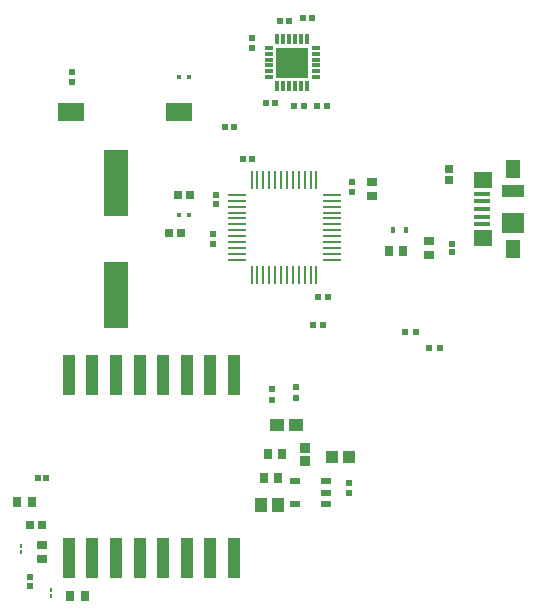
<source format=gtp>
%FSTAX23Y23*%
%MOIN*%
%SFA1B1*%

%IPPOS*%
%AMD51*
4,1,8,0.015700,-0.008900,0.015700,0.008900,0.013800,0.010800,-0.013800,0.010800,-0.015700,0.008900,-0.015700,-0.008900,-0.013800,-0.010800,0.013800,-0.010800,0.015700,-0.008900,0.0*
1,1,0.003898,0.013800,-0.008900*
1,1,0.003898,0.013800,0.008900*
1,1,0.003898,-0.013800,0.008900*
1,1,0.003898,-0.013800,-0.008900*
%
%ADD19R,0.039370X0.137795*%
%ADD20R,0.020472X0.020472*%
%ADD21R,0.031496X0.013780*%
%ADD22R,0.013780X0.033465*%
%ADD23R,0.106299X0.102362*%
%ADD24O,0.061024X0.009843*%
%ADD25O,0.009843X0.061024*%
%ADD26R,0.020472X0.020472*%
%ADD27R,0.022539X0.024224*%
%ADD28R,0.082677X0.220472*%
%ADD29R,0.054331X0.017716*%
%ADD30R,0.061024X0.056102*%
%ADD31R,0.074803X0.039370*%
%ADD32R,0.074803X0.070866*%
%ADD33R,0.051181X0.064960*%
%ADD34R,0.035433X0.029527*%
%ADD35R,0.023622X0.018504*%
%ADD36R,0.029527X0.035433*%
%ADD37R,0.021654X0.021654*%
%ADD38R,0.019685X0.023622*%
%ADD39R,0.023622X0.021654*%
%ADD40R,0.029134X0.031496*%
%ADD41R,0.086614X0.062992*%
%ADD42R,0.085827X0.062992*%
%ADD43R,0.017716X0.017716*%
%ADD44R,0.018433X0.018602*%
%ADD45R,0.014665X0.022539*%
%ADD46R,0.025591X0.027559*%
%ADD47R,0.009843X0.011811*%
%ADD48R,0.018602X0.020287*%
%ADD49R,0.039610X0.051504*%
%ADD50R,0.018504X0.023622*%
G04~CAMADD=51~8~0.0~0.0~216.5~315.0~19.5~0.0~15~0.0~0.0~0.0~0.0~0~0.0~0.0~0.0~0.0~0~0.0~0.0~0.0~270.0~314.0~216.0*
%ADD51D51*%
%ADD52R,0.031496X0.037401*%
%ADD53R,0.031972X0.033783*%
%ADD54R,0.023622X0.019685*%
%ADD55R,0.021654X0.021654*%
%ADD56R,0.047575X0.039846*%
%ADD57R,0.039370X0.043307*%
%LNunrelo_end_node_pcb-1*%
%LPD*%
G54D19*
X00049Y-00157D03*
X-00029D03*
X-00108D03*
X-00187D03*
X-00265D03*
X-00344D03*
X-00423D03*
X-00501D03*
Y-00767D03*
X-00423D03*
X-00344D03*
X-00265D03*
X-00187D03*
X-00108D03*
X-00029D03*
X00049D03*
G54D20*
X0033Y00102D03*
X00362D03*
X00078Y00562D03*
X0011D03*
X00279Y01033D03*
X00311D03*
X00202Y01021D03*
X00234D03*
X00155Y00748D03*
X00187D03*
G54D21*
X00322Y00834D03*
Y00854D03*
Y00874D03*
Y00893D03*
Y00913D03*
Y00933D03*
X00165Y00834D03*
Y00854D03*
Y00874D03*
Y00893D03*
Y00913D03*
Y00933D03*
G54D22*
X00293Y00961D03*
X00273D03*
X00253D03*
X00234D03*
X00214D03*
X00194D03*
X00293Y00806D03*
X00273D03*
X00253D03*
X00234D03*
X00214D03*
X00194D03*
G54D23*
X00244Y00883D03*
G54D24*
X00058Y00442D03*
Y00423D03*
Y00403D03*
Y00383D03*
Y00364D03*
Y00344D03*
Y00324D03*
Y00305D03*
Y00285D03*
Y00265D03*
Y00246D03*
Y00226D03*
X00375D03*
Y00246D03*
Y00265D03*
Y00285D03*
Y00305D03*
Y00324D03*
Y00344D03*
Y00364D03*
Y00383D03*
Y00403D03*
Y00423D03*
Y00442D03*
G54D25*
X00108Y00176D03*
X00127D03*
X00147D03*
X00167D03*
X00187D03*
X00206D03*
X00226D03*
X00246D03*
X00265D03*
X00285D03*
X00305D03*
X00324D03*
Y00493D03*
X00305D03*
X00285D03*
X00265D03*
X00246D03*
X00226D03*
X00206D03*
X00187D03*
X00167D03*
X00147D03*
X00127D03*
X00108D03*
G54D26*
X00108Y00933D03*
Y00964D03*
X-00019Y00311D03*
Y00279D03*
X-00009Y00411D03*
Y00442D03*
X-00492Y0082D03*
Y00852D03*
X00442Y00452D03*
Y00484D03*
G54D27*
X00433Y-00551D03*
Y-00517D03*
G54D28*
X-00344Y00482D03*
Y00108D03*
G54D29*
X00875Y00446D03*
Y00421D03*
Y00395D03*
Y0037D03*
Y00344D03*
G54D30*
X00879Y00493D03*
Y00297D03*
G54D31*
X0098Y00456D03*
G54D32*
X0098Y0035D03*
G54D33*
X0098Y00528D03*
Y00262D03*
G54D34*
X00698Y00242D03*
Y00289D03*
X00511Y00438D03*
Y00486D03*
X-0059Y-00771D03*
Y-00724D03*
G54D35*
X00777Y0028D03*
Y00251D03*
G54D36*
X00149Y-00501D03*
X00196D03*
X-00496Y-00895D03*
X-00448D03*
X-00673Y-0058D03*
X-00625D03*
X00614Y00255D03*
X00566D03*
G54D37*
X007Y-00068D03*
X00736D03*
G54D38*
X00621Y-00014D03*
X00656D03*
G54D39*
X00361Y00738D03*
X00327D03*
X00249D03*
X00282D03*
G54D40*
X-00098Y00442D03*
X-00138D03*
X-0063Y-00659D03*
X-0059D03*
X-00127Y00314D03*
X-00167D03*
G54D41*
X-00134Y00718D03*
G54D42*
X-00495Y00718D03*
G54D43*
X-00133Y00836D03*
X-00102D03*
X-00133Y00374D03*
X-00102D03*
G54D44*
X00019Y00669D03*
X00051D03*
X00346Y00009D03*
X00314D03*
G54D45*
X00578Y00324D03*
X00622D03*
G54D46*
X00767Y0053D03*
Y00493D03*
G54D47*
X-00659Y-00727D03*
Y-00749D03*
X-00561Y-00875D03*
Y-00896D03*
G54D48*
X-00629Y-00831D03*
Y-00861D03*
G54D49*
X00138Y-0059D03*
X00195D03*
G54D50*
X-00604Y-00501D03*
X-00576D03*
G54D51*
X00355Y-00588D03*
Y-00551D03*
Y-00513D03*
X00254D03*
Y-00588D03*
G54D52*
X00162Y-00423D03*
X00211D03*
G54D53*
X00285Y-004D03*
Y-00445D03*
G54D54*
X00177Y-00206D03*
Y-00242D03*
G54D55*
X00255Y-00198D03*
Y-00234D03*
G54D56*
X00257Y-00324D03*
X00194D03*
G54D57*
X00433Y-00433D03*
X00377D03*
M02*
</source>
